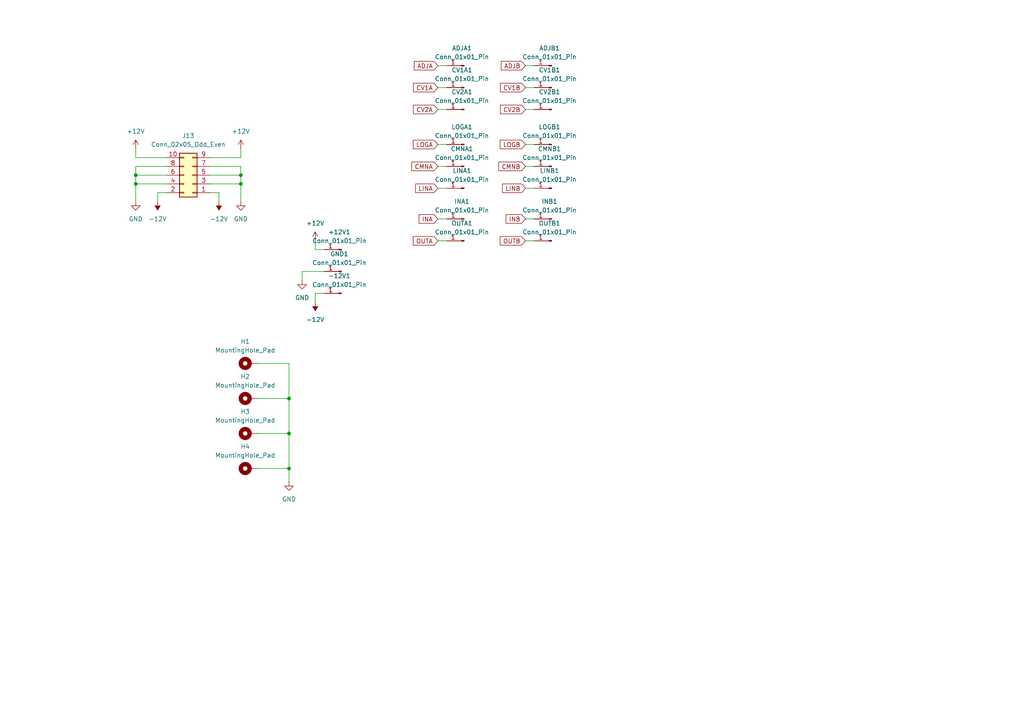
<source format=kicad_sch>
(kicad_sch (version 20230121) (generator eeschema)
  (paper "A4")
  (lib_symbols
    (symbol "Connector:Conn_01x01_Pin" (pin_names (offset 1.016) hide)
      (property "Reference" "J" (at 0 2.54 0))
      (property "Value" "Conn_01x01_Pin" (at 0 -2.54 0))
      (symbol "Conn_01x01_Pin_1_1"
        (polyline (pts (xy 1.27 0) (xy 0.8636 0)) (stroke (width 0.1524)))
        (rectangle (start 0.8636 0.127) (end 0 -0.127) (stroke (width 0.1524)) (fill (type outline)))
        (pin passive line (at 5.08 0 180) (length 3.81) (name "Pin_1") (number "1"))
      )
    )
    (symbol "Connector_Generic:Conn_02x05_Odd_Even" (pin_names (offset 1.016) hide)
      (property "Reference" "J" (at 1.27 7.62 0))
      (property "Value" "Conn_02x05_Odd_Even" (at 1.27 -7.62 0))
      (symbol "Conn_02x05_Odd_Even_1_1"
        (rectangle (start -1.27 -4.953) (end 0 -5.207) (stroke (width 0.1524)))
        (rectangle (start -1.27 -2.413) (end 0 -2.667) (stroke (width 0.1524)))
        (rectangle (start -1.27 0.127) (end 0 -0.127) (stroke (width 0.1524)))
        (rectangle (start -1.27 2.667) (end 0 2.413) (stroke (width 0.1524)))
        (rectangle (start -1.27 5.207) (end 0 4.953) (stroke (width 0.1524)))
        (rectangle (start -1.27 6.35) (end 3.81 -6.35) (stroke (width 0.254)) (fill (type background)))
        (rectangle (start 3.81 -4.953) (end 2.54 -5.207) (stroke (width 0.1524)))
        (rectangle (start 3.81 -2.413) (end 2.54 -2.667) (stroke (width 0.1524)))
        (rectangle (start 3.81 0.127) (end 2.54 -0.127) (stroke (width 0.1524)))
        (rectangle (start 3.81 2.667) (end 2.54 2.413) (stroke (width 0.1524)))
        (rectangle (start 3.81 5.207) (end 2.54 4.953) (stroke (width 0.1524)))
        (pin passive line (at -5.08 5.08 0) (length 3.81) (name "Pin_1") (number "1"))
        (pin passive line (at 7.62 -5.08 180) (length 3.81) (name "Pin_10") (number "10"))
        (pin passive line (at 7.62 5.08 180) (length 3.81) (name "Pin_2") (number "2"))
        (pin passive line (at -5.08 2.54 0) (length 3.81) (name "Pin_3") (number "3"))
        (pin passive line (at 7.62 2.54 180) (length 3.81) (name "Pin_4") (number "4"))
        (pin passive line (at -5.08 0 0) (length 3.81) (name "Pin_5") (number "5"))
        (pin passive line (at 7.62 0 180) (length 3.81) (name "Pin_6") (number "6"))
        (pin passive line (at -5.08 -2.54 0) (length 3.81) (name "Pin_7") (number "7"))
        (pin passive line (at 7.62 -2.54 180) (length 3.81) (name "Pin_8") (number "8"))
        (pin passive line (at -5.08 -5.08 0) (length 3.81) (name "Pin_9") (number "9"))
      )
    )
    (symbol "Mechanical:MountingHole_Pad" (pin_numbers hide) (pin_names (offset 1.016) hide)
      (property "Reference" "H" (at 0 6.35 0))
      (property "Value" "MountingHole_Pad" (at 0 4.445 0))
      (symbol "MountingHole_Pad_0_1"
        (circle (center 0 1.27) (radius 1.27) (stroke (width 1.27)))
      )
      (symbol "MountingHole_Pad_1_1"
        (pin input line (at 0 -2.54 90) (length 2.54) (name "1") (number "1"))
      )
    )
    (symbol "power:+12V" (power) (pin_names (offset 0))
      (property "Value" "+12V" (at 0 3.556 0))
      (symbol "+12V_0_1"
        (polyline (pts (xy -0.762 1.27) (xy 0 2.54)))
        (polyline (pts (xy 0 0) (xy 0 2.54)))
        (polyline (pts (xy 0 2.54) (xy 0.762 1.27)))
      )
      (symbol "+12V_1_1"
        (pin power_in line (at 0 0 90) (length 0) hide (name "+12V") (number "1"))
      )
    )
    (symbol "power:-12V" (power) (pin_names (offset 0))
      (property "Value" "-12V" (at 0 3.81 0))
      (symbol "-12V_0_0"
        (pin power_in line (at 0 0 90) (length 0) hide (name "-12V") (number "1"))
      )
      (symbol "-12V_0_1"
        (polyline (pts (xy 0 0) (xy 0 1.27) (xy 0.762 1.27) (xy 0 2.54) (xy -0.762 1.27) (xy 0 1.27)) (fill (type outline)))
      )
    )
    (symbol "power:GND" (power) (pin_names (offset 0))
      (property "Value" "GND" (at 0 -3.81 0))
      (symbol "GND_0_1"
        (polyline (pts (xy 0 0) (xy 0 -1.27) (xy 1.27 -1.27) (xy 0 -2.54) (xy -1.27 -1.27) (xy 0 -1.27)))
      )
      (symbol "GND_1_1"
        (pin power_in line (at 0 0 270) (length 0) hide (name "GND") (number "1"))
      )
    )
  )
  (junction (at 39.37 50.8))
  (junction (at 69.85 53.34))
  (junction (at 39.37 53.34))
  (junction (at 83.82 125.73))
  (junction (at 83.82 115.57))
  (junction (at 83.82 135.89))
  (junction (at 69.85 50.8))
  (wire (pts (xy 91.44 72.39) (xy 91.44 69.85)))
  (wire (pts (xy 60.96 55.88) (xy 63.5 55.88)))
  (wire (pts (xy 127 19.05) (xy 129.54 19.05)))
  (wire (pts (xy 83.82 105.41) (xy 74.93 105.41)))
  (wire (pts (xy 127 25.4) (xy 129.54 25.4)))
  (wire (pts (xy 127 41.91) (xy 129.54 41.91)))
  (wire (pts (xy 91.44 85.09) (xy 91.44 87.63)))
  (wire (pts (xy 60.96 53.34) (xy 69.85 53.34)))
  (wire (pts (xy 69.85 45.72) (xy 69.85 43.18)))
  (wire (pts (xy 152.4 63.5) (xy 154.94 63.5)))
  (wire (pts (xy 152.4 25.4) (xy 154.94 25.4)))
  (wire (pts (xy 152.4 41.91) (xy 154.94 41.91)))
  (wire (pts (xy 39.37 50.8) (xy 39.37 53.34)))
  (wire (pts (xy 39.37 45.72) (xy 39.37 43.18)))
  (wire (pts (xy 93.98 72.39) (xy 91.44 72.39)))
  (wire (pts (xy 74.93 115.57) (xy 83.82 115.57)))
  (wire (pts (xy 93.98 85.09) (xy 91.44 85.09)))
  (wire (pts (xy 83.82 115.57) (xy 83.82 105.41)))
  (wire (pts (xy 39.37 48.26) (xy 39.37 50.8)))
  (wire (pts (xy 48.26 55.88) (xy 45.72 55.88)))
  (wire (pts (xy 152.4 19.05) (xy 154.94 19.05)))
  (wire (pts (xy 45.72 55.88) (xy 45.72 58.42)))
  (wire (pts (xy 60.96 50.8) (xy 69.85 50.8)))
  (wire (pts (xy 69.85 53.34) (xy 69.85 58.42)))
  (wire (pts (xy 127 54.61) (xy 129.54 54.61)))
  (wire (pts (xy 39.37 50.8) (xy 48.26 50.8)))
  (wire (pts (xy 152.4 31.75) (xy 154.94 31.75)))
  (wire (pts (xy 69.85 48.26) (xy 69.85 50.8)))
  (wire (pts (xy 74.93 125.73) (xy 83.82 125.73)))
  (wire (pts (xy 60.96 48.26) (xy 69.85 48.26)))
  (wire (pts (xy 93.98 78.74) (xy 87.63 78.74)))
  (wire (pts (xy 39.37 53.34) (xy 48.26 53.34)))
  (wire (pts (xy 127 63.5) (xy 129.54 63.5)))
  (wire (pts (xy 39.37 53.34) (xy 39.37 58.42)))
  (wire (pts (xy 74.93 135.89) (xy 83.82 135.89)))
  (wire (pts (xy 48.26 48.26) (xy 39.37 48.26)))
  (wire (pts (xy 152.4 54.61) (xy 154.94 54.61)))
  (wire (pts (xy 152.4 48.26) (xy 154.94 48.26)))
  (wire (pts (xy 87.63 78.74) (xy 87.63 81.28)))
  (wire (pts (xy 69.85 50.8) (xy 69.85 53.34)))
  (wire (pts (xy 127 31.75) (xy 129.54 31.75)))
  (wire (pts (xy 63.5 55.88) (xy 63.5 58.42)))
  (wire (pts (xy 83.82 139.7) (xy 83.82 135.89)))
  (wire (pts (xy 83.82 135.89) (xy 83.82 125.73)))
  (wire (pts (xy 152.4 69.85) (xy 154.94 69.85)))
  (wire (pts (xy 48.26 45.72) (xy 39.37 45.72)))
  (wire (pts (xy 127 48.26) (xy 129.54 48.26)))
  (wire (pts (xy 83.82 125.73) (xy 83.82 115.57)))
  (wire (pts (xy 60.96 45.72) (xy 69.85 45.72)))
  (wire (pts (xy 127 69.85) (xy 129.54 69.85)))
  (global_label "OUTB" (shape input) (at 152.4 69.85 180) (property "Intersheetrefs" "${INTERSHEET_REFS}" (effects hide)))
  (global_label "INB" (shape input) (at 152.4 63.5 180) (property "Intersheetrefs" "${INTERSHEET_REFS}" (effects hide)))
  (global_label "CV1B" (shape input) (at 152.4 25.4 180) (property "Intersheetrefs" "${INTERSHEET_REFS}" (effects hide)))
  (global_label "LOGB" (shape input) (at 152.4 41.91 180) (property "Intersheetrefs" "${INTERSHEET_REFS}" (effects hide)))
  (global_label "CV1A" (shape input) (at 127 25.4 180) (property "Intersheetrefs" "${INTERSHEET_REFS}" (effects hide)))
  (global_label "ADJB" (shape input) (at 152.4 19.05 180) (property "Intersheetrefs" "${INTERSHEET_REFS}" (effects hide)))
  (global_label "LINA" (shape input) (at 127 54.61 180) (property "Intersheetrefs" "${INTERSHEET_REFS}" (effects hide)))
  (global_label "ADJA" (shape input) (at 127 19.05 180) (property "Intersheetrefs" "${INTERSHEET_REFS}" (effects hide)))
  (global_label "LINB" (shape input) (at 152.4 54.61 180) (property "Intersheetrefs" "${INTERSHEET_REFS}" (effects hide)))
  (global_label "CMNA" (shape input) (at 127 48.26 180) (property "Intersheetrefs" "${INTERSHEET_REFS}" (effects hide)))
  (global_label "CV2A" (shape input) (at 127 31.75 180) (property "Intersheetrefs" "${INTERSHEET_REFS}" (effects hide)))
  (global_label "CMNB" (shape input) (at 152.4 48.26 180) (property "Intersheetrefs" "${INTERSHEET_REFS}" (effects hide)))
  (global_label "OUTA" (shape input) (at 127 69.85 180) (property "Intersheetrefs" "${INTERSHEET_REFS}" (effects hide)))
  (global_label "CV2B" (shape input) (at 152.4 31.75 180) (property "Intersheetrefs" "${INTERSHEET_REFS}" (effects hide)))
  (global_label "INA" (shape input) (at 127 63.5 180) (property "Intersheetrefs" "${INTERSHEET_REFS}" (effects hide)))
  (global_label "LOGA" (shape input) (at 127 41.91 180) (property "Intersheetrefs" "${INTERSHEET_REFS}" (effects hide)))
  (symbol (lib_id "power:-12V") (at 63.5 58.42 180) (unit 1)
    (property "Reference" "#PWR056" (effects hide))
    (property "Value" "-12V" (at 63.5 63.5 0))
    (instances (project "VCO" (path "" (reference "#PWR056") (unit 1))) (project "VCA" (path "" (reference "#PWR055") (unit 1))))
  )
  (symbol (lib_id "power:+12V") (at 39.37 43.18 0) (unit 1)
    (property "Reference" "#PWR053" (effects hide))
    (property "Value" "+12V" (at 39.37 38.1 0))
    (instances (project "VCO" (path "" (reference "#PWR053") (unit 1))) (project "VCA" (path "" (reference "#PWR052") (unit 1))))
  )
  (symbol (lib_id "Mechanical:MountingHole_Pad") (at 72.39 115.57 90) (unit 1)
    (property "Reference" "H2" (at 71.12 109.22 90))
    (property "Value" "MountingHole_Pad" (at 71.12 111.76 90))
    (property "Footprint" "MountingHole:MountingHole_3.2mm_M3_DIN965_Pad" (effects hide))
  )
  (symbol (lib_id "power:-12V") (at 91.44 87.63 180) (unit 1)
    (property "Reference" "#PWR061" (effects hide))
    (property "Value" "-12V" (at 91.44 92.71 0))
  )
  (symbol (lib_id "Connector:Conn_01x01_Pin") (at 160.02 31.75 180) (unit 1)
    (property "Reference" "CV2B1" (at 159.385 26.67 0))
    (property "Value" "Conn_01x01_Pin" (at 159.385 29.21 0))
    (property "Footprint" "Connector_Pin:Pin_D1.0mm_L10.0mm" (effects hide))
  )
  (symbol (lib_id "Connector:Conn_01x01_Pin") (at 160.02 69.85 180) (unit 1)
    (property "Reference" "OUTB1" (at 159.385 64.77 0))
    (property "Value" "Conn_01x01_Pin" (at 159.385 67.31 0))
    (property "Footprint" "Connector_Pin:Pin_D1.0mm_L10.0mm" (effects hide))
  )
  (symbol (lib_id "Connector:Conn_01x01_Pin") (at 134.62 41.91 180) (unit 1)
    (property "Reference" "LOGA1" (at 133.985 36.83 0))
    (property "Value" "Conn_01x01_Pin" (at 133.985 39.37 0))
    (property "Footprint" "Connector_Pin:Pin_D1.0mm_L10.0mm" (effects hide))
  )
  (symbol (lib_id "Connector:Conn_01x01_Pin") (at 134.62 48.26 180) (unit 1)
    (property "Reference" "CMNA1" (at 133.985 43.18 0))
    (property "Value" "Conn_01x01_Pin" (at 133.985 45.72 0))
    (property "Footprint" "Connector_Pin:Pin_D1.0mm_L10.0mm" (effects hide))
  )
  (symbol (lib_id "Connector:Conn_01x01_Pin") (at 134.62 63.5 180) (unit 1)
    (property "Reference" "INA1" (at 133.985 58.42 0))
    (property "Value" "Conn_01x01_Pin" (at 133.985 60.96 0))
    (property "Footprint" "Connector_Pin:Pin_D1.0mm_L10.0mm" (effects hide))
  )
  (symbol (lib_id "Mechanical:MountingHole_Pad") (at 72.39 125.73 90) (unit 1)
    (property "Reference" "H3" (at 71.12 119.38 90))
    (property "Value" "MountingHole_Pad" (at 71.12 121.92 90))
    (property "Footprint" "MountingHole:MountingHole_3.2mm_M3_DIN965_Pad" (effects hide))
  )
  (symbol (lib_id "Connector:Conn_01x01_Pin") (at 99.06 85.09 180) (unit 1)
    (property "Reference" "-12V1" (at 98.425 80.01 0))
    (property "Value" "Conn_01x01_Pin" (at 98.425 82.55 0))
    (property "Footprint" "Connector_Pin:Pin_D1.0mm_L10.0mm" (effects hide))
  )
  (symbol (lib_id "Connector:Conn_01x01_Pin") (at 160.02 19.05 180) (unit 1)
    (property "Reference" "ADJB1" (at 159.385 13.97 0))
    (property "Value" "Conn_01x01_Pin" (at 159.385 16.51 0))
    (property "Footprint" "Connector_Pin:Pin_D1.0mm_L10.0mm" (effects hide))
  )
  (symbol (lib_id "power:+12V") (at 91.44 69.85 0) (unit 1)
    (property "Reference" "#PWR060" (effects hide))
    (property "Value" "+12V" (at 91.44 64.77 0))
  )
  (symbol (lib_id "Connector:Conn_01x01_Pin") (at 99.06 72.39 180) (unit 1)
    (property "Reference" "+12V1" (at 98.425 67.31 0))
    (property "Value" "Conn_01x01_Pin" (at 98.425 69.85 0))
    (property "Footprint" "Connector_Pin:Pin_D1.0mm_L10.0mm" (effects hide))
  )
  (symbol (lib_id "Connector:Conn_01x01_Pin") (at 134.62 25.4 180) (unit 1)
    (property "Reference" "CV1A1" (at 133.985 20.32 0))
    (property "Value" "Conn_01x01_Pin" (at 133.985 22.86 0))
    (property "Footprint" "Connector_Pin:Pin_D1.0mm_L10.0mm" (effects hide))
  )
  (symbol (lib_id "Connector:Conn_01x01_Pin") (at 134.62 69.85 180) (unit 1)
    (property "Reference" "OUTA1" (at 133.985 64.77 0))
    (property "Value" "Conn_01x01_Pin" (at 133.985 67.31 0))
    (property "Footprint" "Connector_Pin:Pin_D1.0mm_L10.0mm" (effects hide))
  )
  (symbol (lib_id "power:+12V") (at 69.85 43.18 0) (unit 1)
    (property "Reference" "#PWR057" (effects hide))
    (property "Value" "+12V" (at 69.85 38.1 0))
    (instances (project "VCO" (path "" (reference "#PWR057") (unit 1))) (project "VCA" (path "" (reference "#PWR056") (unit 1))))
  )
  (symbol (lib_id "power:GND") (at 83.82 139.7 0) (unit 1)
    (property "Reference" "#PWR058" (effects hide))
    (property "Value" "GND" (at 83.82 144.78 0))
  )
  (symbol (lib_id "Connector:Conn_01x01_Pin") (at 134.62 19.05 180) (unit 1)
    (property "Reference" "ADJA1" (at 133.985 13.97 0))
    (property "Value" "Conn_01x01_Pin" (at 133.985 16.51 0))
    (property "Footprint" "Connector_Pin:Pin_D1.0mm_L10.0mm" (effects hide))
  )
  (symbol (lib_id "power:GND") (at 39.37 58.42 0) (unit 1)
    (property "Reference" "#PWR054" (effects hide))
    (property "Value" "GND" (at 39.37 63.5 0))
    (instances (project "VCO" (path "" (reference "#PWR054") (unit 1))) (project "VCA" (path "" (reference "#PWR053") (unit 1))))
  )
  (symbol (lib_id "Connector:Conn_01x01_Pin") (at 99.06 78.74 180) (unit 1)
    (property "Reference" "GND1" (at 98.425 73.66 0))
    (property "Value" "Conn_01x01_Pin" (at 98.425 76.2 0))
    (property "Footprint" "Connector_Pin:Pin_D1.0mm_L10.0mm" (effects hide))
  )
  (symbol (lib_id "Connector:Conn_01x01_Pin") (at 134.62 31.75 180) (unit 1)
    (property "Reference" "CV2A1" (at 133.985 26.67 0))
    (property "Value" "Conn_01x01_Pin" (at 133.985 29.21 0))
    (property "Footprint" "Connector_Pin:Pin_D1.0mm_L10.0mm" (effects hide))
  )
  (symbol (lib_id "power:GND") (at 87.63 81.28 0) (unit 1)
    (property "Reference" "#PWR059" (effects hide))
    (property "Value" "GND" (at 87.63 86.36 0))
  )
  (symbol (lib_id "Mechanical:MountingHole_Pad") (at 72.39 135.89 90) (unit 1)
    (property "Reference" "H4" (at 71.12 129.54 90))
    (property "Value" "MountingHole_Pad" (at 71.12 132.08 90))
    (property "Footprint" "MountingHole:MountingHole_3.2mm_M3_DIN965_Pad" (effects hide))
  )
  (symbol (lib_id "Connector:Conn_01x01_Pin") (at 160.02 41.91 180) (unit 1)
    (property "Reference" "LOGB1" (at 159.385 36.83 0))
    (property "Value" "Conn_01x01_Pin" (at 159.385 39.37 0))
    (property "Footprint" "Connector_Pin:Pin_D1.0mm_L10.0mm" (effects hide))
  )
  (symbol (lib_id "Mechanical:MountingHole_Pad") (at 72.39 105.41 90) (unit 1)
    (property "Reference" "H1" (at 71.12 99.06 90))
    (property "Value" "MountingHole_Pad" (at 71.12 101.6 90))
    (property "Footprint" "MountingHole:MountingHole_3.2mm_M3_DIN965_Pad" (effects hide))
  )
  (symbol (lib_id "power:GND") (at 69.85 58.42 0) (unit 1)
    (property "Reference" "#PWR058" (effects hide))
    (property "Value" "GND" (at 69.85 63.5 0))
    (instances (project "VCO" (path "" (reference "#PWR058") (unit 1))) (project "VCA" (path "" (reference "#PWR057") (unit 1))))
  )
  (symbol (lib_id "Connector:Conn_01x01_Pin") (at 160.02 63.5 180) (unit 1)
    (property "Reference" "INB1" (at 159.385 58.42 0))
    (property "Value" "Conn_01x01_Pin" (at 159.385 60.96 0))
    (property "Footprint" "Connector_Pin:Pin_D1.0mm_L10.0mm" (effects hide))
  )
  (symbol (lib_id "Connector:Conn_01x01_Pin") (at 160.02 48.26 180) (unit 1)
    (property "Reference" "CMNB1" (at 159.385 43.18 0))
    (property "Value" "Conn_01x01_Pin" (at 159.385 45.72 0))
    (property "Footprint" "Connector_Pin:Pin_D1.0mm_L10.0mm" (effects hide))
  )
  (symbol (lib_id "Connector:Conn_01x01_Pin") (at 134.62 54.61 180) (unit 1)
    (property "Reference" "LINA1" (at 133.985 49.53 0))
    (property "Value" "Conn_01x01_Pin" (at 133.985 52.07 0))
    (property "Footprint" "Connector_Pin:Pin_D1.0mm_L10.0mm" (effects hide))
  )
  (symbol (lib_id "Connector:Conn_01x01_Pin") (at 160.02 54.61 180) (unit 1)
    (property "Reference" "LINB1" (at 159.385 49.53 0))
    (property "Value" "Conn_01x01_Pin" (at 159.385 52.07 0))
    (property "Footprint" "Connector_Pin:Pin_D1.0mm_L10.0mm" (effects hide))
  )
  (symbol (lib_id "Connector:Conn_01x01_Pin") (at 160.02 25.4 180) (unit 1)
    (property "Reference" "CV1B1" (at 159.385 20.32 0))
    (property "Value" "Conn_01x01_Pin" (at 159.385 22.86 0))
    (property "Footprint" "Connector_Pin:Pin_D1.0mm_L10.0mm" (effects hide))
  )
  (symbol (lib_id "power:-12V") (at 45.72 58.42 180) (unit 1)
    (property "Reference" "#PWR055" (effects hide))
    (property "Value" "-12V" (at 45.72 63.5 0))
    (instances (project "VCO" (path "" (reference "#PWR055") (unit 1))) (project "VCA" (path "" (reference "#PWR054") (unit 1))))
  )
  (symbol (lib_id "Connector_Generic:Conn_02x05_Odd_Even") (at 55.88 50.8 180) (unit 1)
    (property "Reference" "J13" (at 54.61 39.37 0))
    (property "Value" "Conn_02x05_Odd_Even" (at 54.61 41.91 0))
    (property "Footprint" "Connector_PinHeader_2.54mm:PinHeader_2x05_P2.54mm_Vertical" (effects hide))
    (instances (project "VCO" (path "" (reference "J13") (unit 1)) (path "" (reference "J11") (unit 1))) (project "VCA" (path "" (reference "J9") (unit 1))))
  )
)
</source>
